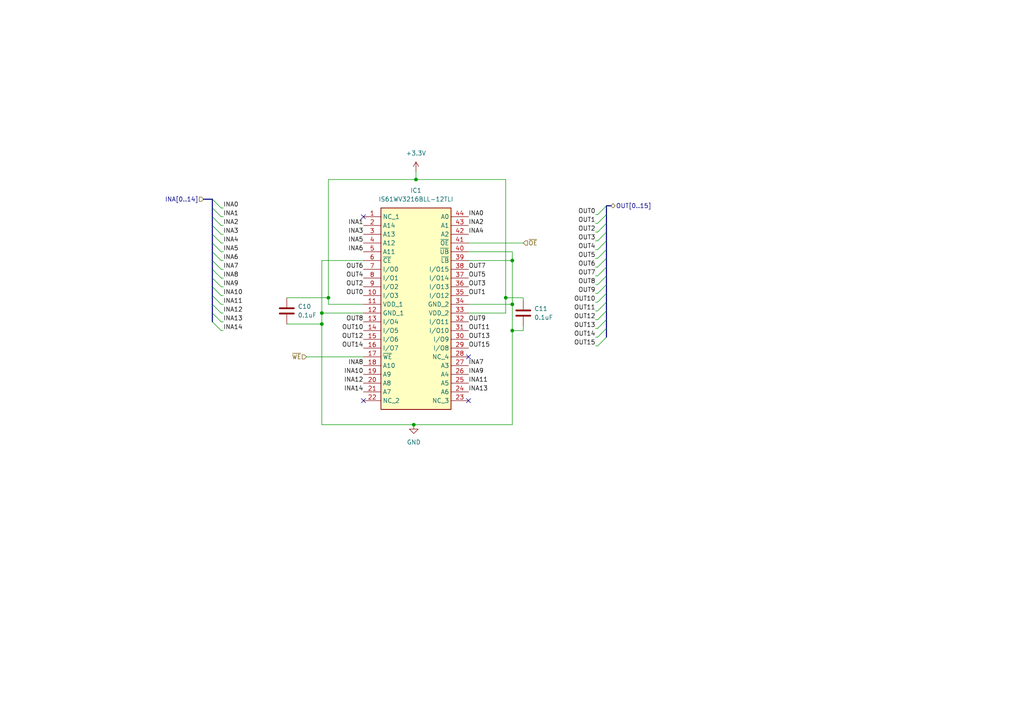
<source format=kicad_sch>
(kicad_sch (version 20231120) (generator "eeschema") (generator_version "8.0")
  (paper "A4")
  (lib_symbols
    (symbol "Device:C" (pin_numbers hide) (pin_names (offset 0.254))
      (property "Reference" "C" (at 0.635 2.54 0))
      (property "Value" "C" (at 0.635 -2.54 0))
      (symbol "C_0_1"
        (polyline (pts (xy -2.032 -0.762) (xy 2.032 -0.762)) (stroke (width 0.508)))
        (polyline (pts (xy -2.032 0.762) (xy 2.032 0.762)) (stroke (width 0.508)))
      )
      (symbol "C_1_1"
        (pin passive line (at 0 3.81 270) (length 2.794) (name "~") (number "1"))
        (pin passive line (at 0 -3.81 90) (length 2.794) (name "~") (number "2"))
      )
    )
    (symbol "IS61WV3216BLL-12TLI:IS61WV3216BLL-12TLI"
      (property "Reference" "IC" (at 26.67 7.62 0))
      (property "Value" "IS61WV3216BLL-12TLI" (at 26.67 5.08 0))
      (symbol "IS61WV3216BLL-12TLI_1_1"
        (rectangle (start 5.08 2.54) (end 25.4 -55.88) (stroke (width 0.254)) (fill (type background)))
        (pin passive line (at 0 0 0) (length 5.08) (name "NC_1") (number "1"))
        (pin passive line (at 0 -22.86 0) (length 5.08) (name "I/O3") (number "10"))
        (pin passive line (at 0 -25.4 0) (length 5.08) (name "VDD_1") (number "11"))
        (pin passive line (at 0 -27.94 0) (length 5.08) (name "GND_1") (number "12"))
        (pin passive line (at 0 -30.48 0) (length 5.08) (name "I/O4") (number "13"))
        (pin passive line (at 0 -33.02 0) (length 5.08) (name "I/O5") (number "14"))
        (pin passive line (at 0 -35.56 0) (length 5.08) (name "I/O6") (number "15"))
        (pin passive line (at 0 -38.1 0) (length 5.08) (name "I/O7") (number "16"))
        (pin passive line (at 0 -40.64 0) (length 5.08) (name "~{WE}") (number "17"))
        (pin passive line (at 0 -43.18 0) (length 5.08) (name "A10") (number "18"))
        (pin passive line (at 0 -45.72 0) (length 5.08) (name "A9") (number "19"))
        (pin passive line (at 0 -2.54 0) (length 5.08) (name "A14") (number "2"))
        (pin passive line (at 0 -48.26 0) (length 5.08) (name "A8") (number "20"))
        (pin passive line (at 0 -50.8 0) (length 5.08) (name "A7") (number "21"))
        (pin passive line (at 0 -53.34 0) (length 5.08) (name "NC_2") (number "22"))
        (pin passive line (at 30.48 -53.34 180) (length 5.08) (name "NC_3") (number "23"))
        (pin passive line (at 30.48 -50.8 180) (length 5.08) (name "A6") (number "24"))
        (pin passive line (at 30.48 -48.26 180) (length 5.08) (name "A5") (number "25"))
        (pin passive line (at 30.48 -45.72 180) (length 5.08) (name "A4") (number "26"))
        (pin passive line (at 30.48 -43.18 180) (length 5.08) (name "A3") (number "27"))
        (pin passive line (at 30.48 -40.64 180) (length 5.08) (name "NC_4") (number "28"))
        (pin passive line (at 30.48 -38.1 180) (length 5.08) (name "I/O8") (number "29"))
        (pin passive line (at 0 -5.08 0) (length 5.08) (name "A13") (number "3"))
        (pin passive line (at 30.48 -35.56 180) (length 5.08) (name "I/O9") (number "30"))
        (pin passive line (at 30.48 -33.02 180) (length 5.08) (name "I/O10") (number "31"))
        (pin passive line (at 30.48 -30.48 180) (length 5.08) (name "I/O11") (number "32"))
        (pin passive line (at 30.48 -27.94 180) (length 5.08) (name "VDD_2") (number "33"))
        (pin passive line (at 30.48 -25.4 180) (length 5.08) (name "GND_2") (number "34"))
        (pin passive line (at 30.48 -22.86 180) (length 5.08) (name "I/O12") (number "35"))
        (pin passive line (at 30.48 -20.32 180) (length 5.08) (name "I/O13") (number "36"))
        (pin passive line (at 30.48 -17.78 180) (length 5.08) (name "I/O14") (number "37"))
        (pin passive line (at 30.48 -15.24 180) (length 5.08) (name "I/O15") (number "38"))
        (pin passive line (at 30.48 -12.7 180) (length 5.08) (name "~{LB}") (number "39"))
        (pin passive line (at 0 -7.62 0) (length 5.08) (name "A12") (number "4"))
        (pin passive line (at 30.48 -10.16 180) (length 5.08) (name "~{UB}") (number "40"))
        (pin passive line (at 30.48 -7.62 180) (length 5.08) (name "~{OE}") (number "41"))
        (pin passive line (at 30.48 -5.08 180) (length 5.08) (name "A2") (number "42"))
        (pin passive line (at 30.48 -2.54 180) (length 5.08) (name "A1") (number "43"))
        (pin passive line (at 30.48 0 180) (length 5.08) (name "A0") (number "44"))
        (pin passive line (at 0 -10.16 0) (length 5.08) (name "A11") (number "5"))
        (pin passive line (at 0 -12.7 0) (length 5.08) (name "~{CE}") (number "6"))
        (pin passive line (at 0 -15.24 0) (length 5.08) (name "I/O0") (number "7"))
        (pin passive line (at 0 -17.78 0) (length 5.08) (name "I/O1") (number "8"))
        (pin passive line (at 0 -20.32 0) (length 5.08) (name "I/O2") (number "9"))
      )
    )
    (symbol "power:+3.3V" (power) (pin_numbers hide) (pin_names (offset 0) hide)
      (property "Value" "+3.3V" (at 0 3.556 0))
      (symbol "+3.3V_0_1"
        (polyline (pts (xy -0.762 1.27) (xy 0 2.54)))
        (polyline (pts (xy 0 0) (xy 0 2.54)))
        (polyline (pts (xy 0 2.54) (xy 0.762 1.27)))
      )
      (symbol "+3.3V_1_1"
        (pin power_in line (at 0 0 90) (length 0) (name "~") (number "1"))
      )
    )
    (symbol "power:GND" (power) (pin_numbers hide) (pin_names (offset 0) hide)
      (property "Value" "GND" (at 0 -3.81 0))
      (symbol "GND_0_1"
        (polyline (pts (xy 0 0) (xy 0 -1.27) (xy 1.27 -1.27) (xy 0 -2.54) (xy -1.27 -1.27) (xy 0 -1.27)))
      )
      (symbol "GND_1_1"
        (pin power_in line (at 0 0 270) (length 0) (name "~") (number "1"))
      )
    )
  )
  (junction (at 93.345 93.98))
  (junction (at 120.65 52.07))
  (junction (at 120.015 123.19))
  (junction (at 93.345 90.805))
  (junction (at 148.59 95.885))
  (junction (at 148.59 88.265))
  (junction (at 95.25 86.36))
  (junction (at 146.685 86.36))
  (junction (at 148.59 75.565))
  (no_connect (at 135.89 103.505))
  (no_connect (at 105.41 116.205))
  (no_connect (at 135.89 116.205))
  (no_connect (at 105.41 62.865))
  (bus_entry (at 175.895 67.31) (size -2.54 2.54))
  (bus_entry (at 175.895 85.09) (size -2.54 2.54))
  (bus_entry (at 61.595 70.485) (size 2.54 2.54))
  (bus_entry (at 175.895 74.93) (size -2.54 2.54))
  (bus_entry (at 175.895 62.23) (size -2.54 2.54))
  (bus_entry (at 61.595 65.405) (size 2.54 2.54))
  (bus_entry (at 175.895 92.71) (size -2.54 2.54))
  (bus_entry (at 175.895 77.47) (size -2.54 2.54))
  (bus_entry (at 61.595 85.725) (size 2.54 2.54))
  (bus_entry (at 61.595 75.565) (size 2.54 2.54))
  (bus_entry (at 61.595 88.265) (size 2.54 2.54))
  (bus_entry (at 175.895 82.55) (size -2.54 2.54))
  (bus_entry (at 61.595 80.645) (size 2.54 2.54))
  (bus_entry (at 61.595 93.345) (size 2.54 2.54))
  (bus_entry (at 175.895 87.63) (size -2.54 2.54))
  (bus_entry (at 61.595 67.945) (size 2.54 2.54))
  (bus_entry (at 175.895 72.39) (size -2.54 2.54))
  (bus_entry (at 175.895 97.79) (size -2.54 2.54))
  (bus_entry (at 175.895 90.17) (size -2.54 2.54))
  (bus_entry (at 61.595 57.785) (size 2.54 2.54))
  (bus_entry (at 175.895 69.85) (size -2.54 2.54))
  (bus_entry (at 175.895 64.77) (size -2.54 2.54))
  (bus_entry (at 61.595 78.105) (size 2.54 2.54))
  (bus_entry (at 175.895 80.01) (size -2.54 2.54))
  (bus_entry (at 61.595 83.185) (size 2.54 2.54))
  (bus_entry (at 175.895 59.69) (size -2.54 2.54))
  (bus_entry (at 61.595 90.805) (size 2.54 2.54))
  (bus_entry (at 175.895 95.25) (size -2.54 2.54))
  (bus_entry (at 61.595 73.025) (size 2.54 2.54))
  (bus_entry (at 61.595 62.865) (size 2.54 2.54))
  (bus_entry (at 61.595 60.325) (size 2.54 2.54))
  (bus (pts (xy 61.595 57.785) (xy 61.595 60.325)))
  (wire (pts (xy 64.135 85.725) (xy 64.77 85.725)))
  (wire (pts (xy 172.72 74.93) (xy 173.355 74.93)))
  (wire (pts (xy 148.59 73.025) (xy 148.59 75.565)))
  (bus (pts (xy 175.895 80.01) (xy 175.895 82.55)))
  (bus (pts (xy 61.595 85.725) (xy 61.595 88.265)))
  (wire (pts (xy 146.685 86.36) (xy 146.685 90.805)))
  (wire (pts (xy 148.59 95.885) (xy 148.59 88.265)))
  (wire (pts (xy 64.135 78.105) (xy 64.77 78.105)))
  (bus (pts (xy 175.895 64.77) (xy 175.895 67.31)))
  (bus (pts (xy 61.595 80.645) (xy 61.595 83.185)))
  (wire (pts (xy 64.135 60.325) (xy 64.77 60.325)))
  (wire (pts (xy 64.135 88.265) (xy 64.77 88.265)))
  (wire (pts (xy 146.685 52.07) (xy 146.685 86.36)))
  (bus (pts (xy 175.895 69.85) (xy 175.895 72.39)))
  (wire (pts (xy 64.135 75.565) (xy 64.77 75.565)))
  (bus (pts (xy 175.895 77.47) (xy 175.895 80.01)))
  (wire (pts (xy 148.59 88.265) (xy 148.59 75.565)))
  (bus (pts (xy 175.895 67.31) (xy 175.895 69.85)))
  (wire (pts (xy 135.89 70.485) (xy 151.765 70.485)))
  (bus (pts (xy 175.895 85.09) (xy 175.895 87.63)))
  (wire (pts (xy 64.135 83.185) (xy 64.77 83.185)))
  (bus (pts (xy 175.895 72.39) (xy 175.895 74.93)))
  (wire (pts (xy 172.72 90.17) (xy 173.355 90.17)))
  (wire (pts (xy 146.685 90.805) (xy 135.89 90.805)))
  (bus (pts (xy 61.595 73.025) (xy 61.595 75.565)))
  (wire (pts (xy 120.65 52.07) (xy 146.685 52.07)))
  (wire (pts (xy 64.135 95.885) (xy 64.77 95.885)))
  (wire (pts (xy 172.72 92.71) (xy 173.355 92.71)))
  (wire (pts (xy 64.135 70.485) (xy 64.77 70.485)))
  (wire (pts (xy 151.765 86.36) (xy 151.765 86.995)))
  (wire (pts (xy 172.72 97.79) (xy 173.355 97.79)))
  (wire (pts (xy 151.765 95.885) (xy 151.765 94.615)))
  (wire (pts (xy 88.9 103.505) (xy 105.41 103.505)))
  (wire (pts (xy 120.015 123.19) (xy 93.345 123.19)))
  (bus (pts (xy 59.055 57.785) (xy 61.595 57.785)))
  (bus (pts (xy 61.595 70.485) (xy 61.595 73.025)))
  (bus (pts (xy 61.595 78.105) (xy 61.595 80.645)))
  (wire (pts (xy 120.015 123.19) (xy 148.59 123.19)))
  (bus (pts (xy 61.595 90.805) (xy 61.595 93.345)))
  (wire (pts (xy 172.72 77.47) (xy 173.355 77.47)))
  (wire (pts (xy 93.345 90.805) (xy 105.41 90.805)))
  (wire (pts (xy 95.25 86.36) (xy 95.25 88.265)))
  (bus (pts (xy 177.165 59.69) (xy 175.895 59.69)))
  (wire (pts (xy 146.685 86.36) (xy 151.765 86.36)))
  (bus (pts (xy 61.595 67.945) (xy 61.595 70.485)))
  (wire (pts (xy 93.345 123.19) (xy 93.345 93.98)))
  (wire (pts (xy 120.65 49.53) (xy 120.65 52.07)))
  (wire (pts (xy 64.135 62.865) (xy 64.77 62.865)))
  (wire (pts (xy 172.72 67.31) (xy 173.355 67.31)))
  (wire (pts (xy 148.59 123.19) (xy 148.59 95.885)))
  (bus (pts (xy 61.595 62.865) (xy 61.595 65.405)))
  (bus (pts (xy 175.895 90.17) (xy 175.895 92.71)))
  (wire (pts (xy 95.25 88.265) (xy 105.41 88.265)))
  (bus (pts (xy 175.895 87.63) (xy 175.895 90.17)))
  (wire (pts (xy 83.185 93.98) (xy 93.345 93.98)))
  (bus (pts (xy 61.595 60.325) (xy 61.595 62.865)))
  (wire (pts (xy 172.72 100.33) (xy 173.355 100.33)))
  (bus (pts (xy 175.895 92.71) (xy 175.895 95.25)))
  (wire (pts (xy 172.72 69.85) (xy 173.355 69.85)))
  (wire (pts (xy 95.25 52.07) (xy 95.25 86.36)))
  (bus (pts (xy 61.595 65.405) (xy 61.595 67.945)))
  (wire (pts (xy 148.59 88.265) (xy 135.89 88.265)))
  (wire (pts (xy 172.72 85.09) (xy 173.355 85.09)))
  (wire (pts (xy 172.72 82.55) (xy 173.355 82.55)))
  (wire (pts (xy 135.89 73.025) (xy 148.59 73.025)))
  (wire (pts (xy 172.72 64.77) (xy 173.355 64.77)))
  (wire (pts (xy 93.345 93.98) (xy 93.345 90.805)))
  (wire (pts (xy 64.135 67.945) (xy 64.77 67.945)))
  (wire (pts (xy 64.135 90.805) (xy 64.77 90.805)))
  (wire (pts (xy 172.72 95.25) (xy 173.355 95.25)))
  (bus (pts (xy 175.895 59.69) (xy 175.895 62.23)))
  (wire (pts (xy 64.135 80.645) (xy 64.77 80.645)))
  (bus (pts (xy 61.595 75.565) (xy 61.595 78.105)))
  (wire (pts (xy 148.59 95.885) (xy 151.765 95.885)))
  (wire (pts (xy 64.135 73.025) (xy 64.77 73.025)))
  (wire (pts (xy 172.72 62.23) (xy 173.355 62.23)))
  (wire (pts (xy 93.345 75.565) (xy 105.41 75.565)))
  (wire (pts (xy 83.185 86.36) (xy 95.25 86.36)))
  (wire (pts (xy 172.72 80.01) (xy 173.355 80.01)))
  (wire (pts (xy 93.345 90.805) (xy 93.345 75.565)))
  (wire (pts (xy 95.25 52.07) (xy 120.65 52.07)))
  (wire (pts (xy 148.59 75.565) (xy 135.89 75.565)))
  (bus (pts (xy 175.895 95.25) (xy 175.895 97.79)))
  (bus (pts (xy 175.895 74.93) (xy 175.895 77.47)))
  (bus (pts (xy 61.595 88.265) (xy 61.595 90.805)))
  (bus (pts (xy 175.895 82.55) (xy 175.895 85.09)))
  (wire (pts (xy 64.135 93.345) (xy 64.77 93.345)))
  (wire (pts (xy 64.135 65.405) (xy 64.77 65.405)))
  (bus (pts (xy 175.895 62.23) (xy 175.895 64.77)))
  (wire (pts (xy 172.72 87.63) (xy 173.355 87.63)))
  (bus (pts (xy 61.595 83.185) (xy 61.595 85.725)))
  (wire (pts (xy 172.72 72.39) (xy 173.355 72.39)))
  (label "OUT8" (at 105.41 93.345 180))
  (label "OUT13" (at 135.89 98.425 0))
  (label "INA5" (at 64.77 73.025 0))
  (label "OUT1" (at 135.89 85.725 0))
  (label "OUT2" (at 105.41 83.185 180))
  (label "OUT5" (at 135.89 80.645 0))
  (label "OUT1" (at 172.72 64.77 180))
  (label "OUT15" (at 172.72 100.33 180))
  (label "INA1" (at 105.41 65.405 180))
  (label "INA11" (at 135.89 111.125 0))
  (label "OUT3" (at 172.72 69.85 180))
  (label "OUT7" (at 135.89 78.105 0))
  (label "INA5" (at 105.41 70.485 180))
  (label "OUT14" (at 105.41 100.965 180))
  (label "OUT3" (at 135.89 83.185 0))
  (label "INA3" (at 105.41 67.945 180))
  (label "OUT12" (at 105.41 98.425 180))
  (label "OUT11" (at 135.89 95.885 0))
  (label "INA11" (at 64.77 88.265 0))
  (label "INA6" (at 64.77 75.565 0))
  (label "OUT7" (at 172.72 80.01 180))
  (label "OUT10" (at 172.72 87.63 180))
  (label "INA7" (at 64.77 78.105 0))
  (label "OUT4" (at 172.72 72.39 180))
  (label "OUT2" (at 172.72 67.31 180))
  (label "INA4" (at 135.89 67.945 0))
  (label "INA8" (at 64.77 80.645 0))
  (label "INA12" (at 64.77 90.805 0))
  (label "OUT6" (at 172.72 77.47 180))
  (label "OUT11" (at 172.72 90.17 180))
  (label "OUT9" (at 172.72 85.09 180))
  (label "OUT12" (at 172.72 92.71 180))
  (label "OUT8" (at 172.72 82.55 180))
  (label "OUT4" (at 105.41 80.645 180))
  (label "INA0" (at 64.77 60.325 0))
  (label "INA1" (at 64.77 62.865 0))
  (label "INA8" (at 105.41 106.045 180))
  (label "OUT6" (at 105.41 78.105 180))
  (label "OUT5" (at 172.72 74.93 180))
  (label "OUT0" (at 172.72 62.23 180))
  (label "INA10" (at 64.77 85.725 0))
  (label "OUT0" (at 105.41 85.725 180))
  (label "INA2" (at 64.77 65.405 0))
  (label "INA7" (at 135.89 106.045 0))
  (label "INA10" (at 105.41 108.585 180))
  (label "INA9" (at 64.77 83.185 0))
  (label "INA13" (at 135.89 113.665 0))
  (label "OUT13" (at 172.72 95.25 180))
  (label "INA3" (at 64.77 67.945 0))
  (label "INA14" (at 105.41 113.665 180))
  (label "OUT9" (at 135.89 93.345 0))
  (label "INA9" (at 135.89 108.585 0))
  (label "OUT10" (at 105.41 95.885 180))
  (label "OUT14" (at 172.72 97.79 180))
  (label "INA12" (at 105.41 111.125 180))
  (label "OUT15" (at 135.89 100.965 0))
  (label "INA2" (at 135.89 65.405 0))
  (label "INA13" (at 64.77 93.345 0))
  (label "INA0" (at 135.89 62.865 0))
  (label "INA4" (at 64.77 70.485 0))
  (label "INA14" (at 64.77 95.885 0))
  (label "INA6" (at 105.41 73.025 180))
  (hierarchical_label "~{OE}" (shape input) (at 151.765 70.485 0))
  (hierarchical_label "~{WE}" (shape input) (at 88.9 103.505 180))
  (hierarchical_label "INA[0..14]" (shape input) (at 59.055 57.785 180))
  (hierarchical_label "OUT[0..15]" (shape bidirectional) (at 177.165 59.69 0))
  (symbol (lib_id "IS61WV3216BLL-12TLI:IS61WV3216BLL-12TLI") (at 105.41 62.865 0) (unit 1)
    (property "Reference" "IC1" (at 120.65 55.245 0))
    (property "Value" "IS61WV3216BLL-12TLI" (at 120.65 57.785 0))
    (property "Footprint" "Package_SO:SOJ-44_10.16x28.575mm_P1.27mm" (effects (hide yes)))
    (property "Datasheet" "https://componentsearchengine.com/Datasheets/1/IS61WV3216BLL-12TLI.pdf" (effects (hide yes)))
    (property "Description" "SRAM 512K 32Kx16 12ns Async SRAM 3.3v" (effects (hide yes)))
    (property "Height" "1.2" (effects (hide yes)))
    (property "Mouser Part Number" "870-61WV3216BLL12TLI" (effects (hide yes)))
    (property "Mouser Price/Stock" "http://www.mouser.com/Search/ProductDetail.aspx?qs=AG1tZYOK7s6RpOOcVGbDAw%3d%3d" (effects (hide yes)))
    (property "Manufacturer_Name" "Integrated Silicon Solution Inc." (effects (hide yes)))
    (property "Manufacturer_Part_Number" "IS61WV3216BLL-12TLI" (effects (hide yes)))
  )
  (symbol (lib_id "Device:C") (at 83.185 90.17 0) (unit 1)
    (property "Reference" "C10" (at 86.36 88.8999 0) (effects (justify left)))
    (property "Value" "0.1uF" (at 86.36 91.4399 0) (effects (justify left)))
    (property "Footprint" "Capacitor_SMD:C_0603_1608Metric" (effects (hide yes)))
    (property "Description" "Unpolarized capacitor" (effects (hide yes)))
    (property "Manufacturer_Part_Number" "CL10B104KO8WPNL" (effects (hide yes)))
  )
  (symbol (lib_id "power:+3.3V") (at 120.65 49.53 0) (unit 1)
    (property "Reference" "#PWR012" (effects (hide yes)))
    (property "Value" "+3.3V" (at 120.65 44.45 0))
    (property "Description" "Power symbol creates a global label with name \"+3.3V\"" (effects (hide yes)))
  )
  (symbol (lib_id "Device:C") (at 151.765 90.805 0) (unit 1)
    (property "Reference" "C11" (at 154.94 89.5349 0) (effects (justify left)))
    (property "Value" "0.1uF" (at 154.94 92.0749 0) (effects (justify left)))
    (property "Footprint" "Capacitor_SMD:C_0603_1608Metric" (effects (hide yes)))
    (property "Description" "Unpolarized capacitor" (effects (hide yes)))
    (property "Manufacturer_Part_Number" "CL10B104KO8WPNL" (effects (hide yes)))
  )
  (symbol (lib_id "power:GND") (at 120.015 123.19 0) (unit 1)
    (property "Reference" "#PWR011" (effects (hide yes)))
    (property "Value" "GND" (at 120.015 128.27 0))
    (property "Description" "Power symbol creates a global label with name \"GND\" , ground" (effects (hide yes)))
  )
)
</source>
